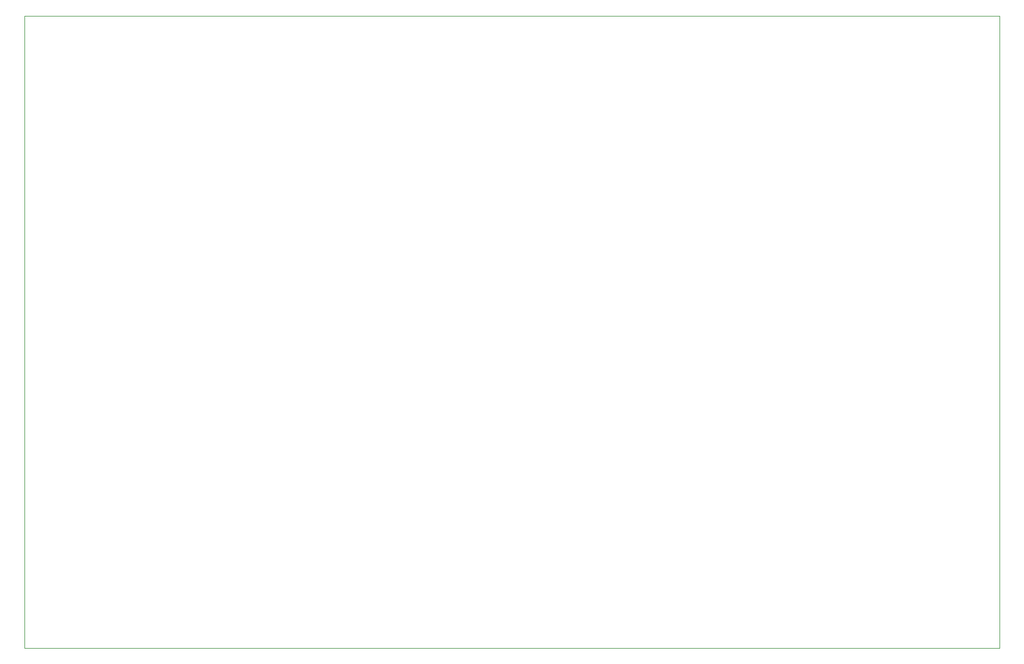
<source format=gbr>
G04 #@! TF.GenerationSoftware,KiCad,Pcbnew,(5.1.2)-1*
G04 #@! TF.CreationDate,2019-07-12T20:41:11-07:00*
G04 #@! TF.ProjectId,1000WConverter_r1_pwr,31303030-5743-46f6-9e76-65727465725f,rev?*
G04 #@! TF.SameCoordinates,Original*
G04 #@! TF.FileFunction,Profile,NP*
%FSLAX46Y46*%
G04 Gerber Fmt 4.6, Leading zero omitted, Abs format (unit mm)*
G04 Created by KiCad (PCBNEW (5.1.2)-1) date 2019-07-12 20:41:11*
%MOMM*%
%LPD*%
G04 APERTURE LIST*
%ADD10C,0.100000*%
G04 APERTURE END LIST*
D10*
X-72000000Y47000000D02*
X-72000000Y-43000000D01*
X-72000000Y47000000D02*
X-31000000Y47000000D01*
X-72000000Y-47000000D02*
X-72000000Y-43000000D01*
X73000000Y-47000000D02*
X-72000000Y-47000000D01*
X73000000Y47000000D02*
X73000000Y-47000000D01*
X-31000000Y47000000D02*
X73000000Y47000000D01*
M02*

</source>
